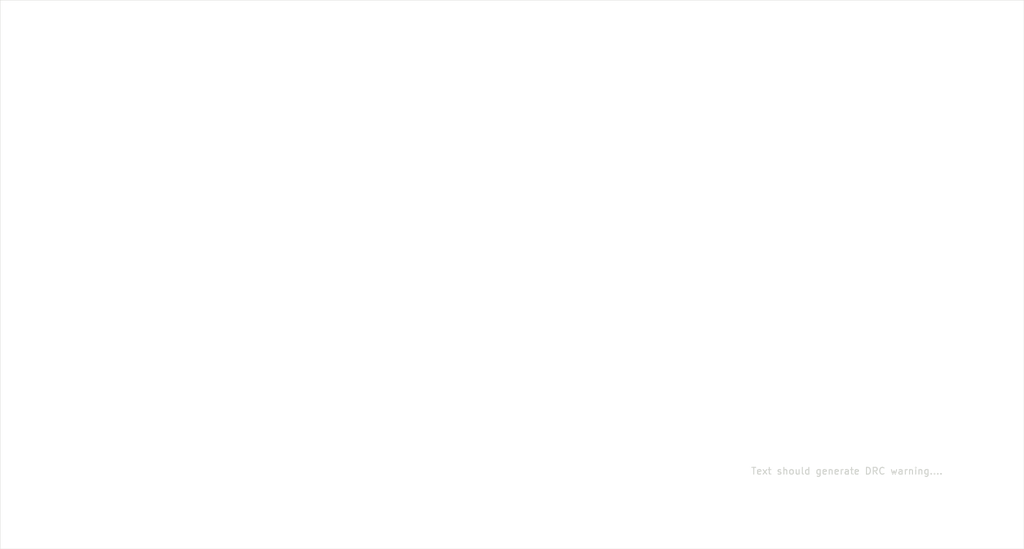
<source format=kicad_pcb>
(kicad_pcb (version 20210722) (generator pcbnew)

  (general
    (thickness 1.6)
  )

  (paper "A4")
  (layers
    (0 "F.Cu" signal)
    (31 "B.Cu" signal)
    (32 "B.Adhes" user "B.Adhesive")
    (33 "F.Adhes" user "F.Adhesive")
    (34 "B.Paste" user)
    (35 "F.Paste" user)
    (36 "B.SilkS" user "B.Silkscreen")
    (37 "F.SilkS" user "F.Silkscreen")
    (38 "B.Mask" user)
    (39 "F.Mask" user)
    (40 "Dwgs.User" user "User.Drawings")
    (41 "Cmts.User" user "User.Comments")
    (42 "Eco1.User" user "User.Eco1")
    (43 "Eco2.User" user "User.Eco2")
    (44 "Edge.Cuts" user)
    (45 "Margin" user)
    (46 "B.CrtYd" user "B.Courtyard")
    (47 "F.CrtYd" user "F.Courtyard")
    (48 "B.Fab" user)
    (49 "F.Fab" user)
    (50 "User.1" user)
    (51 "User.2" user)
    (52 "User.3" user)
    (53 "User.4" user)
    (54 "User.5" user)
    (55 "User.6" user)
    (56 "User.7" user)
    (57 "User.8" user)
    (58 "User.9" user)
  )

  (setup
    (pad_to_mask_clearance 0)
    (pcbplotparams
      (layerselection 0x00010fc_ffffffff)
      (disableapertmacros false)
      (usegerberextensions false)
      (usegerberattributes true)
      (usegerberadvancedattributes true)
      (creategerberjobfile true)
      (svguseinch false)
      (svgprecision 6)
      (excludeedgelayer true)
      (plotframeref false)
      (viasonmask false)
      (mode 1)
      (useauxorigin false)
      (hpglpennumber 1)
      (hpglpenspeed 20)
      (hpglpendiameter 15.000000)
      (dxfpolygonmode true)
      (dxfimperialunits true)
      (dxfusepcbnewfont true)
      (psnegative false)
      (psa4output false)
      (plotreference true)
      (plotvalue true)
      (plotinvisibletext false)
      (sketchpadsonfab false)
      (subtractmaskfromsilk false)
      (outputformat 1)
      (mirror false)
      (drillshape 1)
      (scaleselection 1)
      (outputdirectory "")
    )
  )

  (net 0 "")

  (gr_rect (start 78.105 50.165) (end 228.6 130.81) (layer "Edge.Cuts") (width 0.05) (fill none) (tstamp d0d883cf-992c-40b1-8baf-44f8b31bd338))
  (gr_text "Text should generate DRC warning...." (at 202.565 119.38) (layer "Edge.Cuts") (tstamp dc3e6522-5d53-4f8e-b319-7cf9c7db49ec)
    (effects (font (size 1 1) (thickness 0.15)))
  )

)

</source>
